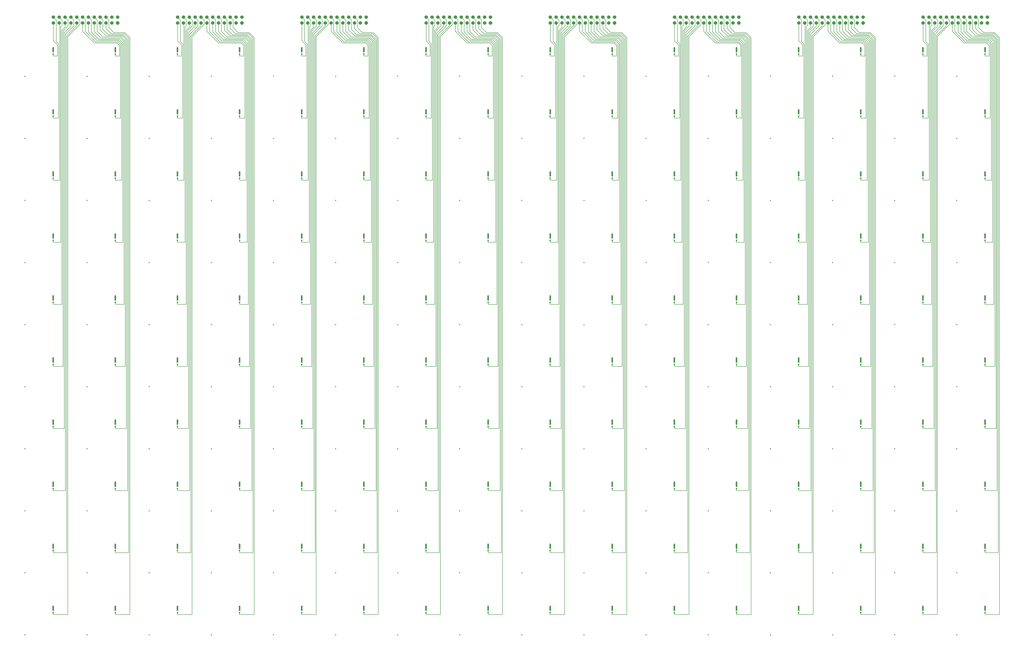
<source format=gbl>
G04 Layer_Physical_Order=3*
G04 Layer_Color=16711680*
%FSLAX25Y25*%
%MOIN*%
G70*
G01*
G75*
%ADD11R,0.02126X0.03111*%
%ADD12C,0.05906*%
%ADD13P,0.06392X8X202.5*%
%ADD14C,0.01969*%
%ADD15C,0.00787*%
%ADD16C,0.02756*%
D11*
X53098Y1047854D02*
D03*
Y1052146D02*
D03*
X53100Y941555D02*
D03*
Y945847D02*
D03*
Y835256D02*
D03*
Y839548D02*
D03*
Y728957D02*
D03*
Y733248D02*
D03*
Y622657D02*
D03*
Y626949D02*
D03*
Y516358D02*
D03*
Y520650D02*
D03*
Y410059D02*
D03*
Y414351D02*
D03*
Y303760D02*
D03*
Y308051D02*
D03*
Y197460D02*
D03*
Y201752D02*
D03*
Y91161D02*
D03*
Y95453D02*
D03*
X159399Y91161D02*
D03*
Y95453D02*
D03*
Y197460D02*
D03*
Y201752D02*
D03*
Y303760D02*
D03*
Y308051D02*
D03*
Y410059D02*
D03*
Y414351D02*
D03*
Y516358D02*
D03*
Y520650D02*
D03*
Y622657D02*
D03*
Y626949D02*
D03*
Y728957D02*
D03*
Y733248D02*
D03*
Y835256D02*
D03*
Y839548D02*
D03*
Y941555D02*
D03*
Y945847D02*
D03*
Y1047854D02*
D03*
Y1052146D02*
D03*
X265698Y91161D02*
D03*
Y95453D02*
D03*
Y197460D02*
D03*
Y201752D02*
D03*
Y303760D02*
D03*
Y308051D02*
D03*
Y410059D02*
D03*
Y414351D02*
D03*
Y516358D02*
D03*
Y520650D02*
D03*
Y622657D02*
D03*
Y626949D02*
D03*
Y728957D02*
D03*
Y733248D02*
D03*
Y835256D02*
D03*
Y839548D02*
D03*
Y941555D02*
D03*
Y945847D02*
D03*
Y1047854D02*
D03*
Y1052146D02*
D03*
X371998Y91161D02*
D03*
Y95453D02*
D03*
Y197460D02*
D03*
Y201752D02*
D03*
Y303760D02*
D03*
Y308051D02*
D03*
Y410059D02*
D03*
Y414351D02*
D03*
Y516358D02*
D03*
Y520650D02*
D03*
Y622657D02*
D03*
Y626949D02*
D03*
Y728957D02*
D03*
Y733248D02*
D03*
Y835256D02*
D03*
Y839548D02*
D03*
Y941555D02*
D03*
Y945847D02*
D03*
Y1047854D02*
D03*
Y1052146D02*
D03*
X478297Y91161D02*
D03*
Y95453D02*
D03*
Y197460D02*
D03*
Y201752D02*
D03*
Y303760D02*
D03*
Y308051D02*
D03*
Y410059D02*
D03*
Y414351D02*
D03*
Y516358D02*
D03*
Y520650D02*
D03*
Y622657D02*
D03*
Y626949D02*
D03*
Y728957D02*
D03*
Y733248D02*
D03*
Y835256D02*
D03*
Y839548D02*
D03*
Y941555D02*
D03*
Y945847D02*
D03*
Y1047854D02*
D03*
Y1052146D02*
D03*
X584596Y91161D02*
D03*
Y95453D02*
D03*
Y197460D02*
D03*
Y201752D02*
D03*
Y303760D02*
D03*
Y308051D02*
D03*
Y410059D02*
D03*
Y414351D02*
D03*
Y516358D02*
D03*
Y520650D02*
D03*
Y622657D02*
D03*
Y626949D02*
D03*
Y728957D02*
D03*
Y733248D02*
D03*
Y835256D02*
D03*
Y839548D02*
D03*
Y941555D02*
D03*
Y945847D02*
D03*
Y1047854D02*
D03*
Y1052146D02*
D03*
X690895Y91161D02*
D03*
Y95453D02*
D03*
Y197460D02*
D03*
Y201752D02*
D03*
Y303760D02*
D03*
Y308051D02*
D03*
Y410059D02*
D03*
Y414351D02*
D03*
Y516358D02*
D03*
Y520650D02*
D03*
Y622657D02*
D03*
Y626949D02*
D03*
Y728957D02*
D03*
Y733248D02*
D03*
Y835256D02*
D03*
Y839548D02*
D03*
Y941555D02*
D03*
Y945847D02*
D03*
Y1047854D02*
D03*
Y1052146D02*
D03*
X797194Y91161D02*
D03*
Y95453D02*
D03*
Y197460D02*
D03*
Y201752D02*
D03*
Y303760D02*
D03*
Y308051D02*
D03*
Y410059D02*
D03*
Y414351D02*
D03*
Y516358D02*
D03*
Y520650D02*
D03*
Y622657D02*
D03*
Y626949D02*
D03*
Y728957D02*
D03*
Y733248D02*
D03*
Y835256D02*
D03*
Y839548D02*
D03*
Y941555D02*
D03*
Y945847D02*
D03*
Y1047854D02*
D03*
Y1052146D02*
D03*
X903494Y91161D02*
D03*
Y95453D02*
D03*
Y197460D02*
D03*
Y201752D02*
D03*
Y303760D02*
D03*
Y308051D02*
D03*
Y410059D02*
D03*
Y414351D02*
D03*
Y516358D02*
D03*
Y520650D02*
D03*
Y622657D02*
D03*
Y626949D02*
D03*
Y728957D02*
D03*
Y733248D02*
D03*
Y835256D02*
D03*
Y839548D02*
D03*
Y941555D02*
D03*
Y945847D02*
D03*
Y1047854D02*
D03*
Y1052146D02*
D03*
X1009793Y91161D02*
D03*
Y95453D02*
D03*
Y197460D02*
D03*
Y201752D02*
D03*
Y303760D02*
D03*
Y308051D02*
D03*
Y410059D02*
D03*
Y414351D02*
D03*
Y516358D02*
D03*
Y520650D02*
D03*
Y622657D02*
D03*
Y626949D02*
D03*
Y728957D02*
D03*
Y733248D02*
D03*
Y835256D02*
D03*
Y839548D02*
D03*
Y941555D02*
D03*
Y945847D02*
D03*
Y1047854D02*
D03*
Y1052146D02*
D03*
X1116092Y91161D02*
D03*
Y95453D02*
D03*
Y197460D02*
D03*
Y201752D02*
D03*
Y303760D02*
D03*
Y308051D02*
D03*
Y410059D02*
D03*
Y414351D02*
D03*
Y516358D02*
D03*
Y520650D02*
D03*
Y622657D02*
D03*
Y626949D02*
D03*
Y728957D02*
D03*
Y733248D02*
D03*
Y835256D02*
D03*
Y839548D02*
D03*
Y941555D02*
D03*
Y945847D02*
D03*
Y1047854D02*
D03*
Y1052146D02*
D03*
X1222391Y91161D02*
D03*
Y95453D02*
D03*
Y197460D02*
D03*
Y201752D02*
D03*
Y303760D02*
D03*
Y308051D02*
D03*
Y410059D02*
D03*
Y414351D02*
D03*
Y516358D02*
D03*
Y520650D02*
D03*
Y622657D02*
D03*
Y626949D02*
D03*
Y728957D02*
D03*
Y733248D02*
D03*
Y835256D02*
D03*
Y839548D02*
D03*
Y941555D02*
D03*
Y945847D02*
D03*
Y1047854D02*
D03*
Y1052146D02*
D03*
X1328691Y91161D02*
D03*
Y95453D02*
D03*
Y197460D02*
D03*
Y201752D02*
D03*
Y303760D02*
D03*
Y308051D02*
D03*
Y410059D02*
D03*
Y414351D02*
D03*
Y516358D02*
D03*
Y520650D02*
D03*
Y622657D02*
D03*
Y626949D02*
D03*
Y728957D02*
D03*
Y733248D02*
D03*
Y835256D02*
D03*
Y839548D02*
D03*
Y941555D02*
D03*
Y945847D02*
D03*
Y1047854D02*
D03*
Y1052146D02*
D03*
X1434990Y91161D02*
D03*
Y95453D02*
D03*
Y197460D02*
D03*
Y201752D02*
D03*
Y303760D02*
D03*
Y308051D02*
D03*
Y410059D02*
D03*
Y414351D02*
D03*
Y516358D02*
D03*
Y520650D02*
D03*
Y622657D02*
D03*
Y626949D02*
D03*
Y728957D02*
D03*
Y733248D02*
D03*
Y835256D02*
D03*
Y839548D02*
D03*
Y941555D02*
D03*
Y945847D02*
D03*
Y1047854D02*
D03*
Y1052146D02*
D03*
X1541289Y91161D02*
D03*
Y95453D02*
D03*
Y197460D02*
D03*
Y201752D02*
D03*
Y303760D02*
D03*
Y308051D02*
D03*
Y410059D02*
D03*
Y414351D02*
D03*
Y516358D02*
D03*
Y520650D02*
D03*
Y622657D02*
D03*
Y626949D02*
D03*
Y728957D02*
D03*
Y733248D02*
D03*
Y835256D02*
D03*
Y839548D02*
D03*
Y941555D02*
D03*
Y945847D02*
D03*
Y1047854D02*
D03*
Y1052146D02*
D03*
X1647588Y91161D02*
D03*
Y95453D02*
D03*
Y197460D02*
D03*
Y201752D02*
D03*
Y303760D02*
D03*
Y308051D02*
D03*
Y410059D02*
D03*
Y414351D02*
D03*
Y516358D02*
D03*
Y520650D02*
D03*
Y622657D02*
D03*
Y626949D02*
D03*
Y728957D02*
D03*
Y733248D02*
D03*
Y835256D02*
D03*
Y839548D02*
D03*
Y941555D02*
D03*
Y945847D02*
D03*
Y1047854D02*
D03*
Y1052146D02*
D03*
D12*
X143410Y1101220D02*
D03*
Y1111220D02*
D03*
X133410Y1101220D02*
D03*
Y1111220D02*
D03*
X123410Y1101220D02*
D03*
Y1111220D02*
D03*
X113410Y1101220D02*
D03*
Y1111220D02*
D03*
X103410Y1101220D02*
D03*
Y1111220D02*
D03*
X93410Y1101220D02*
D03*
Y1111220D02*
D03*
X83410Y1101220D02*
D03*
X53410D02*
D03*
X63410D02*
D03*
Y1111220D02*
D03*
X73410D02*
D03*
Y1101220D02*
D03*
X163410Y1111220D02*
D03*
X153410D02*
D03*
Y1101220D02*
D03*
X83410Y1111220D02*
D03*
X53410D02*
D03*
X356008Y1101220D02*
D03*
Y1111220D02*
D03*
X346008Y1101220D02*
D03*
Y1111220D02*
D03*
X336008Y1101220D02*
D03*
Y1111220D02*
D03*
X326008Y1101220D02*
D03*
Y1111220D02*
D03*
X316008Y1101220D02*
D03*
Y1111220D02*
D03*
X306008Y1101220D02*
D03*
Y1111220D02*
D03*
X296008Y1101220D02*
D03*
X266008D02*
D03*
X276008D02*
D03*
Y1111220D02*
D03*
X286008D02*
D03*
Y1101220D02*
D03*
X376008Y1111220D02*
D03*
X366008D02*
D03*
Y1101220D02*
D03*
X296008Y1111220D02*
D03*
X266008D02*
D03*
X568607Y1101220D02*
D03*
Y1111220D02*
D03*
X558607Y1101220D02*
D03*
Y1111220D02*
D03*
X548607Y1101220D02*
D03*
Y1111220D02*
D03*
X538607Y1101220D02*
D03*
Y1111220D02*
D03*
X528607Y1101220D02*
D03*
Y1111220D02*
D03*
X518607Y1101220D02*
D03*
Y1111220D02*
D03*
X508607Y1101220D02*
D03*
X478607D02*
D03*
X488607D02*
D03*
Y1111220D02*
D03*
X498607D02*
D03*
Y1101220D02*
D03*
X588607Y1111220D02*
D03*
X578607D02*
D03*
Y1101220D02*
D03*
X508607Y1111220D02*
D03*
X478607D02*
D03*
X781205Y1101220D02*
D03*
Y1111220D02*
D03*
X771205Y1101220D02*
D03*
Y1111220D02*
D03*
X761205Y1101220D02*
D03*
Y1111220D02*
D03*
X751205Y1101220D02*
D03*
Y1111220D02*
D03*
X741205Y1101220D02*
D03*
Y1111220D02*
D03*
X731205Y1101220D02*
D03*
Y1111220D02*
D03*
X721205Y1101220D02*
D03*
X691205D02*
D03*
X701205D02*
D03*
Y1111220D02*
D03*
X711205D02*
D03*
Y1101220D02*
D03*
X801205Y1111220D02*
D03*
X791205D02*
D03*
Y1101220D02*
D03*
X721205Y1111220D02*
D03*
X691205D02*
D03*
X993804Y1101220D02*
D03*
Y1111220D02*
D03*
X983804Y1101220D02*
D03*
Y1111220D02*
D03*
X973804Y1101220D02*
D03*
Y1111220D02*
D03*
X963804Y1101220D02*
D03*
Y1111220D02*
D03*
X953804Y1101220D02*
D03*
Y1111220D02*
D03*
X943804Y1101220D02*
D03*
Y1111220D02*
D03*
X933804Y1101220D02*
D03*
X903804D02*
D03*
X913804D02*
D03*
Y1111220D02*
D03*
X923804D02*
D03*
Y1101220D02*
D03*
X1013804Y1111220D02*
D03*
X1003804D02*
D03*
Y1101220D02*
D03*
X933804Y1111220D02*
D03*
X903804D02*
D03*
X1206402Y1101220D02*
D03*
Y1111220D02*
D03*
X1196402Y1101220D02*
D03*
Y1111220D02*
D03*
X1186402Y1101220D02*
D03*
Y1111220D02*
D03*
X1176402Y1101220D02*
D03*
Y1111220D02*
D03*
X1166402Y1101220D02*
D03*
Y1111220D02*
D03*
X1156402Y1101220D02*
D03*
Y1111220D02*
D03*
X1146402Y1101220D02*
D03*
X1116402D02*
D03*
X1126402D02*
D03*
Y1111220D02*
D03*
X1136402D02*
D03*
Y1101220D02*
D03*
X1226402Y1111220D02*
D03*
X1216402D02*
D03*
Y1101220D02*
D03*
X1146402Y1111220D02*
D03*
X1116402D02*
D03*
X1419001Y1101220D02*
D03*
Y1111220D02*
D03*
X1409000Y1101220D02*
D03*
Y1111220D02*
D03*
X1399000Y1101220D02*
D03*
Y1111220D02*
D03*
X1389001Y1101220D02*
D03*
Y1111220D02*
D03*
X1379000Y1101220D02*
D03*
Y1111220D02*
D03*
X1369001Y1101220D02*
D03*
Y1111220D02*
D03*
X1359000Y1101220D02*
D03*
X1329000D02*
D03*
X1339001D02*
D03*
Y1111220D02*
D03*
X1349000D02*
D03*
Y1101220D02*
D03*
X1439001Y1111220D02*
D03*
X1429000D02*
D03*
Y1101220D02*
D03*
X1359000Y1111220D02*
D03*
X1329000D02*
D03*
X1631599Y1101220D02*
D03*
Y1111220D02*
D03*
X1621599Y1101220D02*
D03*
Y1111220D02*
D03*
X1611599Y1101220D02*
D03*
Y1111220D02*
D03*
X1601599Y1101220D02*
D03*
Y1111220D02*
D03*
X1591599Y1101220D02*
D03*
Y1111220D02*
D03*
X1581599Y1101220D02*
D03*
Y1111220D02*
D03*
X1571599Y1101220D02*
D03*
X1541599D02*
D03*
X1551599D02*
D03*
Y1111220D02*
D03*
X1561599D02*
D03*
Y1101220D02*
D03*
X1651599Y1111220D02*
D03*
X1641599D02*
D03*
Y1101220D02*
D03*
X1571599Y1111220D02*
D03*
X1541599D02*
D03*
D13*
X163410Y1101220D02*
D03*
X376008D02*
D03*
X588607D02*
D03*
X801205D02*
D03*
X1013804D02*
D03*
X1226402D02*
D03*
X1439001D02*
D03*
X1651599D02*
D03*
D14*
X4724Y1009842D02*
D03*
X53150Y1058661D02*
D03*
Y952362D02*
D03*
X4724Y903543D02*
D03*
X53150Y846063D02*
D03*
X4724Y797244D02*
D03*
X53150Y739764D02*
D03*
X4724Y690945D02*
D03*
X53150Y633465D02*
D03*
X4724Y584646D02*
D03*
X53150Y527165D02*
D03*
X4724Y478346D02*
D03*
X53150Y420866D02*
D03*
X4724Y372047D02*
D03*
X53150Y314567D02*
D03*
X4724Y265748D02*
D03*
X53150Y208268D02*
D03*
X4724Y159449D02*
D03*
X53150Y101969D02*
D03*
X4724Y53150D02*
D03*
X111024D02*
D03*
X159449Y101969D02*
D03*
X111024Y159449D02*
D03*
X159449Y208268D02*
D03*
X111024Y265748D02*
D03*
X159449Y314567D02*
D03*
X111024Y372047D02*
D03*
X159449Y420866D02*
D03*
X111024Y478346D02*
D03*
X159449Y527165D02*
D03*
X111024Y584646D02*
D03*
X159449Y633465D02*
D03*
X111024Y690945D02*
D03*
X159449Y739764D02*
D03*
X111024Y797244D02*
D03*
X159449Y846063D02*
D03*
X111024Y903543D02*
D03*
X159449Y952362D02*
D03*
Y1058661D02*
D03*
X111024Y1009842D02*
D03*
X217323Y53150D02*
D03*
X265748Y101969D02*
D03*
X217323Y159449D02*
D03*
X265748Y208268D02*
D03*
X217323Y265748D02*
D03*
X265748Y314567D02*
D03*
X217323Y372047D02*
D03*
X265748Y420866D02*
D03*
X217323Y478346D02*
D03*
X265748Y527165D02*
D03*
X217323Y584646D02*
D03*
X265748Y633465D02*
D03*
X217323Y690945D02*
D03*
X265748Y739764D02*
D03*
X217323Y797244D02*
D03*
X265748Y846063D02*
D03*
X217323Y903543D02*
D03*
X265748Y952362D02*
D03*
Y1058661D02*
D03*
X217323Y1009842D02*
D03*
X323622Y53150D02*
D03*
X372047Y101969D02*
D03*
X323622Y159449D02*
D03*
X372047Y208268D02*
D03*
X323622Y265748D02*
D03*
X372047Y314567D02*
D03*
X323622Y372047D02*
D03*
X372047Y420866D02*
D03*
X323622Y478346D02*
D03*
X372047Y527165D02*
D03*
X323622Y584646D02*
D03*
X372047Y633465D02*
D03*
X323622Y690945D02*
D03*
X372047Y739764D02*
D03*
X323622Y797244D02*
D03*
X372047Y846063D02*
D03*
X323622Y903543D02*
D03*
X372047Y952362D02*
D03*
Y1058661D02*
D03*
X323622Y1009842D02*
D03*
X429921Y53150D02*
D03*
X478346Y101969D02*
D03*
X429921Y159449D02*
D03*
X478346Y208268D02*
D03*
X429921Y265748D02*
D03*
X478346Y314567D02*
D03*
X429921Y372047D02*
D03*
X478346Y420866D02*
D03*
X429921Y478346D02*
D03*
X478346Y527165D02*
D03*
X429921Y584646D02*
D03*
X478346Y633465D02*
D03*
X429921Y690945D02*
D03*
X478346Y739764D02*
D03*
X429921Y797244D02*
D03*
X478346Y846063D02*
D03*
X429921Y903543D02*
D03*
X478346Y952362D02*
D03*
Y1058661D02*
D03*
X429921Y1009842D02*
D03*
X536221Y53150D02*
D03*
X584646Y101969D02*
D03*
X536221Y159449D02*
D03*
X584646Y208268D02*
D03*
X536221Y265748D02*
D03*
X584646Y314567D02*
D03*
X536221Y372047D02*
D03*
X584646Y420866D02*
D03*
X536221Y478346D02*
D03*
X584646Y527165D02*
D03*
X536221Y584646D02*
D03*
X584646Y633465D02*
D03*
X536221Y690945D02*
D03*
X584646Y739764D02*
D03*
X536221Y797244D02*
D03*
X584646Y846063D02*
D03*
X536221Y903543D02*
D03*
X584646Y952362D02*
D03*
Y1058661D02*
D03*
X536221Y1009842D02*
D03*
X642520Y53150D02*
D03*
X690945Y101969D02*
D03*
X642520Y159449D02*
D03*
X690945Y208268D02*
D03*
X642520Y265748D02*
D03*
X690945Y314567D02*
D03*
X642520Y372047D02*
D03*
X690945Y420866D02*
D03*
X642520Y478346D02*
D03*
X690945Y527165D02*
D03*
X642520Y584646D02*
D03*
X690945Y633465D02*
D03*
X642520Y690945D02*
D03*
X690945Y739764D02*
D03*
X642520Y797244D02*
D03*
X690945Y846063D02*
D03*
X642520Y903543D02*
D03*
X690945Y952362D02*
D03*
Y1058661D02*
D03*
X642520Y1009842D02*
D03*
X748819Y53150D02*
D03*
X797244Y101969D02*
D03*
X748819Y159449D02*
D03*
X797244Y208268D02*
D03*
X748819Y265748D02*
D03*
X797244Y314567D02*
D03*
X748819Y372047D02*
D03*
X797244Y420866D02*
D03*
X748819Y478346D02*
D03*
X797244Y527165D02*
D03*
X748819Y584646D02*
D03*
X797244Y633465D02*
D03*
X748819Y690945D02*
D03*
X797244Y739764D02*
D03*
X748819Y797244D02*
D03*
X797244Y846063D02*
D03*
X748819Y903543D02*
D03*
X797244Y952362D02*
D03*
Y1058661D02*
D03*
X748819Y1009842D02*
D03*
X855118Y53150D02*
D03*
X903543Y101969D02*
D03*
X855118Y159449D02*
D03*
X903543Y208268D02*
D03*
X855118Y265748D02*
D03*
X903543Y314567D02*
D03*
X855118Y372047D02*
D03*
X903543Y420866D02*
D03*
X855118Y478346D02*
D03*
X903543Y527165D02*
D03*
X855118Y584646D02*
D03*
X903543Y633465D02*
D03*
X855118Y690945D02*
D03*
X903543Y739764D02*
D03*
X855118Y797244D02*
D03*
X903543Y846063D02*
D03*
X855118Y903543D02*
D03*
X903543Y952362D02*
D03*
Y1058661D02*
D03*
X855118Y1009842D02*
D03*
X961417Y53150D02*
D03*
X1009842Y101969D02*
D03*
X961417Y159449D02*
D03*
X1009842Y208268D02*
D03*
X961417Y265748D02*
D03*
X1009842Y314567D02*
D03*
X961417Y372047D02*
D03*
X1009842Y420866D02*
D03*
X961417Y478346D02*
D03*
X1009842Y527165D02*
D03*
X961417Y584646D02*
D03*
X1009842Y633465D02*
D03*
X961417Y690945D02*
D03*
X1009842Y739764D02*
D03*
X961417Y797244D02*
D03*
X1009842Y846063D02*
D03*
X961417Y903543D02*
D03*
X1009842Y952362D02*
D03*
Y1058661D02*
D03*
X961417Y1009842D02*
D03*
X1067717Y53150D02*
D03*
X1116142Y101969D02*
D03*
X1067717Y159449D02*
D03*
X1116142Y208268D02*
D03*
X1067717Y265748D02*
D03*
X1116142Y314567D02*
D03*
X1067717Y372047D02*
D03*
X1116142Y420866D02*
D03*
X1067717Y478346D02*
D03*
X1116142Y527165D02*
D03*
X1067717Y584646D02*
D03*
X1116142Y633465D02*
D03*
X1067717Y690945D02*
D03*
X1116142Y739764D02*
D03*
X1067717Y797244D02*
D03*
X1116142Y846063D02*
D03*
X1067717Y903543D02*
D03*
X1116142Y952362D02*
D03*
Y1058661D02*
D03*
X1067717Y1009842D02*
D03*
X1174016Y53150D02*
D03*
X1222441Y101969D02*
D03*
X1174016Y159449D02*
D03*
X1222441Y208268D02*
D03*
X1174016Y265748D02*
D03*
X1222441Y314567D02*
D03*
X1174016Y372047D02*
D03*
X1222441Y420866D02*
D03*
X1174016Y478346D02*
D03*
X1222441Y527165D02*
D03*
X1174016Y584646D02*
D03*
X1222441Y633465D02*
D03*
X1174016Y690945D02*
D03*
X1222441Y739764D02*
D03*
X1174016Y797244D02*
D03*
X1222441Y846063D02*
D03*
X1174016Y903543D02*
D03*
X1222441Y952362D02*
D03*
Y1058661D02*
D03*
X1174016Y1009842D02*
D03*
X1280315Y53150D02*
D03*
X1328740Y101969D02*
D03*
X1280315Y159449D02*
D03*
X1328740Y208268D02*
D03*
X1280315Y265748D02*
D03*
X1328740Y314567D02*
D03*
X1280315Y372047D02*
D03*
X1328740Y420866D02*
D03*
X1280315Y478346D02*
D03*
X1328740Y527165D02*
D03*
X1280315Y584646D02*
D03*
X1328740Y633465D02*
D03*
X1280315Y690945D02*
D03*
X1328740Y739764D02*
D03*
X1280315Y797244D02*
D03*
X1328740Y846063D02*
D03*
X1280315Y903543D02*
D03*
X1328740Y952362D02*
D03*
Y1058661D02*
D03*
X1280315Y1009842D02*
D03*
X1386614Y53150D02*
D03*
X1435039Y101969D02*
D03*
X1386614Y159449D02*
D03*
X1435039Y208268D02*
D03*
X1386614Y265748D02*
D03*
X1435039Y314567D02*
D03*
X1386614Y372047D02*
D03*
X1435039Y420866D02*
D03*
X1386614Y478346D02*
D03*
X1435039Y527165D02*
D03*
X1386614Y584646D02*
D03*
X1435039Y633465D02*
D03*
X1386614Y690945D02*
D03*
X1435039Y739764D02*
D03*
X1386614Y797244D02*
D03*
X1435039Y846063D02*
D03*
X1386614Y903543D02*
D03*
X1435039Y952362D02*
D03*
Y1058661D02*
D03*
X1386614Y1009842D02*
D03*
X1492913Y53150D02*
D03*
X1541339Y101969D02*
D03*
X1492913Y159449D02*
D03*
X1541339Y208268D02*
D03*
X1492913Y265748D02*
D03*
X1541339Y314567D02*
D03*
X1492913Y372047D02*
D03*
X1541339Y420866D02*
D03*
X1492913Y478346D02*
D03*
X1541339Y527165D02*
D03*
X1492913Y584646D02*
D03*
X1541339Y633465D02*
D03*
X1492913Y690945D02*
D03*
X1541339Y739764D02*
D03*
X1492913Y797244D02*
D03*
X1541339Y846063D02*
D03*
X1492913Y903543D02*
D03*
X1541339Y952362D02*
D03*
Y1058661D02*
D03*
X1492913Y1009842D02*
D03*
X1599213Y53150D02*
D03*
X1647638Y101969D02*
D03*
X1599213Y159449D02*
D03*
X1647638Y208268D02*
D03*
X1599213Y265748D02*
D03*
X1647638Y314567D02*
D03*
X1599213Y372047D02*
D03*
X1647638Y420866D02*
D03*
X1599213Y478346D02*
D03*
X1647638Y527165D02*
D03*
X1599213Y584646D02*
D03*
X1647638Y633465D02*
D03*
X1599213Y690945D02*
D03*
X1647638Y739764D02*
D03*
X1599213Y797244D02*
D03*
X1647638Y846063D02*
D03*
X1599213Y903543D02*
D03*
X1647638Y952362D02*
D03*
Y1058661D02*
D03*
X1599213Y1009842D02*
D03*
D15*
X1656697Y938201D02*
Y1064183D01*
X1651800Y1069080D02*
X1656697Y1064183D01*
X1613589Y1069080D02*
X1651800D01*
X1444098Y938201D02*
Y1064222D01*
X1439240Y1069080D02*
X1444098Y1064222D01*
X1400991Y1069080D02*
X1439240D01*
X1231500Y938201D02*
Y1063600D01*
X1226020Y1069080D02*
X1231500Y1063600D01*
X1188392Y1069080D02*
X1226020D01*
X1018901Y938201D02*
Y1063929D01*
X1013750Y1069080D02*
X1018901Y1063929D01*
X975794Y1069080D02*
X1013750D01*
X1012614Y1067040D02*
X1016662Y1062992D01*
X806303Y938201D02*
Y1064367D01*
X801590Y1069080D02*
X806303Y1064367D01*
X763195Y1069080D02*
X801590D01*
X593705Y938201D02*
Y1064235D01*
X588860Y1069080D02*
X593705Y1064235D01*
X550597Y1069080D02*
X588860D01*
X381106Y938201D02*
Y1064024D01*
X376050Y1069080D02*
X381106Y1064024D01*
X337998Y1069080D02*
X376050D01*
X168508Y938201D02*
Y1064332D01*
X163760Y1069080D02*
X168508Y1064332D01*
X125400Y1069080D02*
X163760D01*
X53100Y1044500D02*
Y1047854D01*
X53098D02*
X53100D01*
Y1044500D02*
X60240D01*
X62208Y938201D02*
Y1062992D01*
X53100Y938201D02*
X62208D01*
X53100D02*
Y941555D01*
X64177Y831902D02*
Y1100453D01*
X53100Y831902D02*
X64177D01*
X53100D02*
Y835256D01*
Y725602D02*
Y728957D01*
X68114Y619303D02*
Y1088404D01*
X53100Y619303D02*
X68114D01*
X53100D02*
Y622657D01*
Y513004D02*
X70082D01*
X53100D02*
Y516358D01*
Y406705D02*
X72051D01*
X53100D02*
Y410059D01*
X74019Y300406D02*
Y1082100D01*
X53100Y300406D02*
X74019D01*
X53100D02*
Y303760D01*
X75988Y194106D02*
Y1079238D01*
X53100Y194106D02*
X75988D01*
X53100D02*
Y197460D01*
Y87807D02*
X77956D01*
X53100D02*
Y91161D01*
Y725602D02*
X66145D01*
Y1094855D01*
X159399Y725602D02*
X172445D01*
X159399Y87807D02*
Y91161D01*
Y87807D02*
X184256D01*
X159399Y194106D02*
Y197460D01*
Y194106D02*
X182287D01*
X159399Y300406D02*
Y303760D01*
Y300406D02*
X180319D01*
X159399Y406705D02*
Y410059D01*
Y406705D02*
X178350D01*
X159399Y513004D02*
Y516358D01*
Y513004D02*
X176382D01*
X159399Y619303D02*
Y622657D01*
Y619303D02*
X174413D01*
X159399Y725602D02*
Y728957D01*
Y831902D02*
Y835256D01*
Y831902D02*
X170476D01*
X159399Y938201D02*
Y941555D01*
Y938201D02*
X168508D01*
X166539Y1044500D02*
Y1062992D01*
X159399Y1044500D02*
X166539D01*
X159399D02*
Y1047854D01*
X159398D02*
X159399D01*
X278744Y725602D02*
Y1094855D01*
X265698Y725602D02*
X278744D01*
X265698Y87807D02*
Y91161D01*
Y87807D02*
X290555D01*
X265698Y194106D02*
Y197460D01*
Y194106D02*
X288586D01*
Y1079238D01*
X265698Y300406D02*
Y303760D01*
Y300406D02*
X286618D01*
X265698Y406705D02*
Y410059D01*
Y406705D02*
X284649D01*
Y1084481D01*
X265698Y513004D02*
Y516358D01*
Y513004D02*
X282681D01*
X265698Y619303D02*
Y622657D01*
Y619303D02*
X280712D01*
X265698Y725602D02*
Y728957D01*
Y831902D02*
Y835256D01*
Y831902D02*
X276775D01*
Y1100453D01*
X265698Y938201D02*
Y941555D01*
Y938201D02*
X274807D01*
Y1062992D01*
X265698Y1044500D02*
X272838D01*
X265698D02*
Y1047854D01*
X265697D02*
X265698D01*
X371998Y725602D02*
X385043D01*
X371998Y87807D02*
Y91161D01*
Y87807D02*
X396854D01*
X371998Y194106D02*
Y197460D01*
Y194106D02*
X394886D01*
X371998Y300406D02*
Y303760D01*
Y300406D02*
X392917D01*
X371998Y406705D02*
Y410059D01*
Y406705D02*
X390949D01*
X371998Y513004D02*
Y516358D01*
Y513004D02*
X388980D01*
X371998Y619303D02*
Y622657D01*
Y619303D02*
X387012D01*
X371998Y725602D02*
Y728957D01*
Y831902D02*
Y835256D01*
Y831902D02*
X383075D01*
X371998Y938201D02*
Y941555D01*
Y938201D02*
X381106D01*
X379138Y1044500D02*
Y1062992D01*
X371998Y1044500D02*
X379138D01*
X371998D02*
Y1047854D01*
X371996D02*
X371998D01*
X491342Y725602D02*
Y1094855D01*
X478297Y725602D02*
X491342D01*
X478297Y87807D02*
Y91161D01*
Y87807D02*
X503153D01*
Y1077876D01*
X478297Y194106D02*
Y197460D01*
Y194106D02*
X501185D01*
X478297Y300406D02*
Y303760D01*
Y300406D02*
X499216D01*
X478297Y406705D02*
Y410059D01*
Y406705D02*
X497248D01*
X478297Y513004D02*
Y516358D01*
Y513004D02*
X495279D01*
X478297Y619303D02*
Y622657D01*
Y619303D02*
X493311D01*
X478297Y725602D02*
Y728957D01*
Y831902D02*
Y835256D01*
Y831902D02*
X489374D01*
Y1100453D01*
X478297Y938201D02*
Y941555D01*
Y938201D02*
X487405D01*
Y1062992D01*
X478297Y1044500D02*
X485437D01*
X478297D02*
Y1047854D01*
X478295D02*
X478297D01*
X584596Y725602D02*
X597642D01*
X584596Y87807D02*
Y91161D01*
Y87807D02*
X609453D01*
X584596Y194106D02*
Y197460D01*
Y194106D02*
X607484D01*
X584596Y300406D02*
Y303760D01*
Y300406D02*
X605516D01*
X584596Y406705D02*
Y410059D01*
Y406705D02*
X603547D01*
X584596Y513004D02*
Y516358D01*
Y513004D02*
X601579D01*
X584596Y619303D02*
Y622657D01*
Y619303D02*
X599610D01*
X584596Y725602D02*
Y728957D01*
Y831902D02*
Y835256D01*
Y831902D02*
X595673D01*
X584596Y938201D02*
Y941555D01*
Y938201D02*
X593705D01*
X591736Y1044500D02*
Y1062992D01*
X584596Y1044500D02*
X591736D01*
X584596D02*
Y1047854D01*
X584594D02*
X584596D01*
X703941Y725602D02*
Y1094855D01*
X690895Y725602D02*
X703941D01*
X690895Y87807D02*
Y91161D01*
Y87807D02*
X715752D01*
Y1077876D01*
X690895Y194106D02*
Y197460D01*
Y194106D02*
X713783D01*
Y1079238D01*
X690895Y300406D02*
Y303760D01*
Y300406D02*
X711815D01*
Y1082100D01*
X690895Y406705D02*
Y410059D01*
Y406705D02*
X709846D01*
Y1084481D01*
X690895Y513004D02*
Y516358D01*
Y513004D02*
X707878D01*
X690895Y619303D02*
Y622657D01*
Y619303D02*
X705909D01*
Y1088404D01*
X690895Y725602D02*
Y728957D01*
Y831902D02*
Y835256D01*
Y831902D02*
X701972D01*
Y1100453D01*
X690895Y938201D02*
Y941555D01*
Y938201D02*
X700004D01*
Y1062992D01*
X690895Y1044500D02*
X698035D01*
X690895D02*
Y1047854D01*
X690894D02*
X690895D01*
X797194Y725602D02*
X810240D01*
X797194Y87807D02*
Y91161D01*
Y87807D02*
X822051D01*
X797194Y194106D02*
Y197460D01*
Y194106D02*
X820082D01*
X797194Y300406D02*
Y303760D01*
Y300406D02*
X818114D01*
X797194Y406705D02*
Y410059D01*
Y406705D02*
X816146D01*
X797194Y513004D02*
Y516358D01*
Y513004D02*
X814177D01*
X797194Y619303D02*
Y622657D01*
Y619303D02*
X812208D01*
X797194Y725602D02*
Y728957D01*
Y831902D02*
Y835256D01*
Y831902D02*
X808272D01*
X797194Y938201D02*
Y941555D01*
Y938201D02*
X806303D01*
X804335Y1044500D02*
Y1062992D01*
X797194Y1044500D02*
X804335D01*
X797194D02*
Y1047854D01*
X797193D02*
X797194D01*
X916539Y725602D02*
Y1094855D01*
X903494Y725602D02*
X916539D01*
X903494Y87807D02*
Y91161D01*
Y87807D02*
X928350D01*
Y1077876D01*
X903494Y194106D02*
Y197460D01*
Y194106D02*
X926382D01*
Y1079238D01*
X903494Y300406D02*
Y303760D01*
Y300406D02*
X924413D01*
Y1082100D01*
X903494Y406705D02*
Y410059D01*
Y406705D02*
X922445D01*
Y1084481D01*
X903494Y513004D02*
Y516358D01*
Y513004D02*
X920476D01*
X903494Y619303D02*
Y622657D01*
Y619303D02*
X918508D01*
Y1088404D01*
X903494Y725602D02*
Y728957D01*
Y831902D02*
Y835256D01*
Y831902D02*
X914571D01*
Y1100453D01*
X903494Y938201D02*
Y941555D01*
Y938201D02*
X912602D01*
Y1062992D01*
X903494Y1044500D02*
X910634D01*
X903494D02*
Y1047854D01*
X903492D02*
X903494D01*
X1009793Y725602D02*
X1022838D01*
X1009793Y87807D02*
Y91161D01*
Y87807D02*
X1034649D01*
X1009793Y194106D02*
Y197460D01*
Y194106D02*
X1032681D01*
X1009793Y300406D02*
Y303760D01*
Y300406D02*
X1030712D01*
X1009793Y406705D02*
Y410059D01*
Y406705D02*
X1028744D01*
X1009793Y513004D02*
Y516358D01*
Y513004D02*
X1026775D01*
X1009793Y619303D02*
Y622657D01*
Y619303D02*
X1024807D01*
X1009793Y725602D02*
Y728957D01*
Y831902D02*
Y835256D01*
Y831902D02*
X1020870D01*
X1009793Y938201D02*
Y941555D01*
Y938201D02*
X1018901D01*
X1016933Y1044500D02*
Y1062992D01*
X1009793Y1044500D02*
X1016933D01*
X1009793D02*
Y1047854D01*
X1009791D02*
X1009793D01*
X1129138Y725602D02*
Y1094855D01*
X1116092Y725602D02*
X1129138D01*
X1116092Y87807D02*
Y91161D01*
Y87807D02*
X1140949D01*
Y1077876D01*
X1116092Y194106D02*
Y197460D01*
Y194106D02*
X1138980D01*
X1116092Y300406D02*
Y303760D01*
Y300406D02*
X1137012D01*
Y1082100D01*
X1116092Y406705D02*
Y410059D01*
Y406705D02*
X1135043D01*
Y1084481D01*
X1116092Y513004D02*
Y516358D01*
Y513004D02*
X1133075D01*
Y1087403D01*
X1116092Y619303D02*
Y622657D01*
Y619303D02*
X1131106D01*
Y1088404D01*
X1116092Y725602D02*
Y728957D01*
Y831902D02*
Y835256D01*
Y831902D02*
X1127169D01*
Y1100453D01*
X1116092Y938201D02*
Y941555D01*
Y938201D02*
X1125201D01*
Y1062992D01*
X1116092Y1044500D02*
X1123232D01*
X1116092D02*
Y1047854D01*
X1116091D02*
X1116092D01*
X1222391Y725602D02*
X1235437D01*
X1222391Y87807D02*
Y91161D01*
Y87807D02*
X1247248D01*
X1222391Y194106D02*
Y197460D01*
Y194106D02*
X1245279D01*
X1222391Y300406D02*
Y303760D01*
Y300406D02*
X1243311D01*
X1222391Y406705D02*
Y410059D01*
Y406705D02*
X1241342D01*
X1222391Y513004D02*
Y516358D01*
Y513004D02*
X1239374D01*
X1222391Y619303D02*
Y622657D01*
Y619303D02*
X1237405D01*
X1222391Y725602D02*
Y728957D01*
Y831902D02*
Y835256D01*
Y831902D02*
X1233468D01*
X1222391Y938201D02*
Y941555D01*
Y938201D02*
X1231500D01*
X1229531Y1044500D02*
Y1062992D01*
X1222391Y1044500D02*
X1229531D01*
X1222391D02*
Y1047854D01*
X1222390D02*
X1222391D01*
X1341736Y725602D02*
Y1094855D01*
X1328691Y725602D02*
X1341736D01*
X1328691Y87807D02*
Y91161D01*
Y87807D02*
X1353547D01*
Y1077876D01*
X1328691Y194106D02*
Y197460D01*
Y194106D02*
X1351579D01*
Y1079238D01*
X1328691Y300406D02*
Y303760D01*
Y300406D02*
X1349610D01*
Y1082100D01*
X1328691Y406705D02*
Y410059D01*
Y406705D02*
X1347642D01*
X1328691Y513004D02*
Y516358D01*
Y513004D02*
X1345673D01*
X1328691Y619303D02*
Y622657D01*
Y619303D02*
X1343705D01*
X1328691Y725602D02*
Y728957D01*
Y831902D02*
Y835256D01*
Y831902D02*
X1339768D01*
Y1100453D01*
X1328691Y938201D02*
Y941555D01*
Y938201D02*
X1337799D01*
Y1062992D01*
X1328691Y1044500D02*
X1335831D01*
X1328691D02*
Y1047854D01*
X1328689D02*
X1328691D01*
X1434990Y725602D02*
X1448035D01*
X1434990Y87807D02*
Y91161D01*
Y87807D02*
X1459846D01*
X1434990Y194106D02*
Y197460D01*
Y194106D02*
X1457878D01*
X1434990Y300406D02*
Y303760D01*
Y300406D02*
X1455909D01*
X1434990Y406705D02*
Y410059D01*
Y406705D02*
X1453941D01*
X1434990Y513004D02*
Y516358D01*
Y513004D02*
X1451972D01*
X1434990Y619303D02*
Y622657D01*
Y619303D02*
X1450004D01*
X1434990Y725602D02*
Y728957D01*
Y831902D02*
Y835256D01*
Y831902D02*
X1446067D01*
X1434990Y938201D02*
Y941555D01*
Y938201D02*
X1444098D01*
X1442130Y1044500D02*
Y1062992D01*
X1434990Y1044500D02*
X1442130D01*
X1434990D02*
Y1047854D01*
X1434988D02*
X1434990D01*
X1554335Y725602D02*
Y1094855D01*
X1541289Y725602D02*
X1554335D01*
X1541289Y87807D02*
Y91161D01*
Y87807D02*
X1566146D01*
Y1077876D01*
X1541289Y194106D02*
Y197460D01*
Y194106D02*
X1564177D01*
Y1079238D01*
X1541289Y300406D02*
Y303760D01*
Y300406D02*
X1562208D01*
Y1082100D01*
X1541289Y406705D02*
Y410059D01*
Y406705D02*
X1560240D01*
X1541289Y513004D02*
Y516358D01*
Y513004D02*
X1558272D01*
X1541289Y619303D02*
Y622657D01*
Y619303D02*
X1556303D01*
X1541289Y725602D02*
Y728957D01*
Y831902D02*
Y835256D01*
Y831902D02*
X1552366D01*
Y1100453D01*
X1541289Y938201D02*
Y941555D01*
Y938201D02*
X1550397D01*
Y1062992D01*
X1541289Y1044500D02*
X1548429D01*
X1541289D02*
Y1047854D01*
X1541287D02*
X1541289D01*
X1647588Y725602D02*
X1660634D01*
X1647588Y87807D02*
Y91161D01*
Y87807D02*
X1672445D01*
X1647588Y194106D02*
Y197460D01*
Y194106D02*
X1670476D01*
X1647588Y300406D02*
Y303760D01*
Y300406D02*
X1668508D01*
X1647588Y406705D02*
Y410059D01*
Y406705D02*
X1666539D01*
X1647588Y513004D02*
Y516358D01*
Y513004D02*
X1664571D01*
X1647588Y619303D02*
Y622657D01*
Y619303D02*
X1662602D01*
X1647588Y725602D02*
Y728957D01*
Y831902D02*
Y835256D01*
Y831902D02*
X1658665D01*
X1647588Y938201D02*
Y941555D01*
Y938201D02*
X1656697D01*
X1654728Y1044500D02*
Y1062992D01*
X1647588Y1044500D02*
X1654728D01*
X1647588D02*
Y1047854D01*
X1647587D02*
X1647588D01*
X60240Y1044500D02*
Y1063620D01*
X53410Y1070450D02*
X60240Y1063620D01*
X53410Y1070450D02*
Y1101220D01*
X62208Y1062992D02*
X62250Y1063034D01*
Y1065360D01*
X58190Y1069420D02*
X62250Y1065360D01*
X58190Y1069420D02*
Y1106440D01*
X53410Y1111220D02*
X58190Y1106440D01*
X63410Y1101220D02*
X64177Y1100453D01*
X66145Y1094855D02*
X68380Y1097090D01*
Y1106250D01*
X63410Y1111220D02*
X68380Y1106250D01*
X68114Y1088404D02*
X73410Y1093700D01*
Y1101220D01*
X70082Y513004D02*
Y1087403D01*
X78480Y1095800D01*
Y1106150D01*
X73410Y1111220D02*
X78480Y1106150D01*
X72051Y406705D02*
Y1084481D01*
X83410Y1095840D01*
Y1101220D01*
X74019Y1082100D02*
X88240Y1096320D01*
Y1106390D01*
X83410Y1111220D02*
X88240Y1106390D01*
X75988Y1079238D02*
X93410Y1096660D01*
Y1101220D01*
X77956Y87807D02*
Y1077876D01*
X98600Y1098520D01*
Y1106030D01*
X93410Y1111220D02*
X98600Y1106030D01*
X166268Y1062992D02*
X166539D01*
X162220Y1067040D02*
X166268Y1062992D01*
X123470Y1067040D02*
X162220D01*
X103410Y1087100D02*
X123470Y1067040D01*
X103410Y1087100D02*
Y1101220D01*
X107950Y1086530D02*
X125400Y1069080D01*
X107950Y1086530D02*
Y1106680D01*
X103410Y1111220D02*
X107950Y1106680D01*
X170476Y831902D02*
Y1065584D01*
X164840Y1071220D02*
X170476Y1065584D01*
X128070Y1071220D02*
X164840D01*
X113410Y1085880D02*
X128070Y1071220D01*
X113410Y1085880D02*
Y1101220D01*
X172445Y725602D02*
Y1067375D01*
X166770Y1073050D02*
X172445Y1067375D01*
X131250Y1073050D02*
X166770D01*
X118450Y1085850D02*
X131250Y1073050D01*
X118450Y1085850D02*
Y1106180D01*
X113410Y1111220D02*
X118450Y1106180D01*
X174413Y619303D02*
Y1069577D01*
X169010Y1074980D02*
X174413Y1069577D01*
X135060Y1074980D02*
X169010D01*
X123410Y1086630D02*
X135060Y1074980D01*
X123410Y1086630D02*
Y1101220D01*
X176382Y513004D02*
Y1070688D01*
X169950Y1077120D02*
X176382Y1070688D01*
X137990Y1077120D02*
X169950D01*
X128320Y1086790D02*
X137990Y1077120D01*
X128320Y1086790D02*
Y1106310D01*
X123410Y1111220D02*
X128320Y1106310D01*
X178350Y406705D02*
Y1072380D01*
X133410Y1089330D02*
Y1101220D01*
Y1089330D02*
X143530Y1079210D01*
X171520D01*
X178350Y1072380D01*
X180319Y300406D02*
Y1073341D01*
X172570Y1081090D02*
X180319Y1073341D01*
X147290Y1081090D02*
X172570D01*
X138140Y1090240D02*
X147290Y1081090D01*
X138140Y1090240D02*
Y1106490D01*
X133410Y1111220D02*
X138140Y1106490D01*
X182287Y194106D02*
Y1075233D01*
X174600Y1082920D02*
X182287Y1075233D01*
X152300Y1082920D02*
X174600D01*
X143410Y1091810D02*
X152300Y1082920D01*
X143410Y1091810D02*
Y1101220D01*
X184256Y87807D02*
Y1076294D01*
X175490Y1085060D02*
X184256Y1076294D01*
X156740Y1085060D02*
X175490D01*
X148380Y1093420D02*
X156740Y1085060D01*
X148380Y1093420D02*
Y1106250D01*
X143410Y1111220D02*
X148380Y1106250D01*
X356008Y1111220D02*
X360978Y1106250D01*
Y1093420D02*
Y1106250D01*
Y1093420D02*
X369338Y1085060D01*
X388088D01*
X396854Y1076294D01*
Y87807D02*
Y1076294D01*
X356008Y1091810D02*
Y1101220D01*
Y1091810D02*
X364898Y1082920D01*
X387198D01*
X394886Y1075233D01*
Y194106D02*
Y1075233D01*
X346008Y1111220D02*
X350738Y1106490D01*
Y1090240D02*
Y1106490D01*
Y1090240D02*
X359888Y1081090D01*
X385168D01*
X392917Y1073341D01*
Y300406D02*
Y1073341D01*
X384118Y1079210D02*
X390949Y1072380D01*
X356128Y1079210D02*
X384118D01*
X346008Y1089330D02*
X356128Y1079210D01*
X346008Y1089330D02*
Y1101220D01*
X390949Y406705D02*
Y1072380D01*
X336008Y1111220D02*
X340918Y1106310D01*
Y1086790D02*
Y1106310D01*
Y1086790D02*
X350588Y1077120D01*
X382548D01*
X388980Y1070688D01*
Y513004D02*
Y1070688D01*
X336008Y1086630D02*
Y1101220D01*
Y1086630D02*
X347658Y1074980D01*
X381608D01*
X387012Y1069577D01*
Y619303D02*
Y1069577D01*
X326008Y1111220D02*
X331048Y1106180D01*
Y1085850D02*
Y1106180D01*
Y1085850D02*
X343848Y1073050D01*
X379368D01*
X385043Y1067375D01*
Y725602D02*
Y1067375D01*
X326008Y1085880D02*
Y1101220D01*
Y1085880D02*
X340668Y1071220D01*
X377438D01*
X383075Y1065584D01*
Y831902D02*
Y1065584D01*
X316008Y1111220D02*
X320548Y1106680D01*
Y1086530D02*
Y1106680D01*
Y1086530D02*
X337998Y1069080D01*
X316008Y1087100D02*
Y1101220D01*
Y1087100D02*
X336068Y1067040D01*
X374818D01*
X378866Y1062992D01*
X379138D01*
X306008Y1111220D02*
X311198Y1106030D01*
Y1098520D02*
Y1106030D01*
X290555Y1077876D02*
X311198Y1098520D01*
X290555Y87807D02*
Y1077876D01*
X306008Y1096660D02*
Y1101220D01*
X288586Y1079238D02*
X306008Y1096660D01*
X296008Y1111220D02*
X300838Y1106390D01*
Y1096320D02*
Y1106390D01*
X286618Y1082100D02*
X300838Y1096320D01*
X286618Y300406D02*
Y1082100D01*
X296008Y1095840D02*
Y1101220D01*
X284649Y1084481D02*
X296008Y1095840D01*
X286008Y1111220D02*
X291078Y1106150D01*
Y1095800D02*
Y1106150D01*
X282681Y1087403D02*
X291078Y1095800D01*
X282681Y513004D02*
Y1087403D01*
X286008Y1093700D02*
Y1101220D01*
X280712Y1088404D02*
X286008Y1093700D01*
X280712Y619303D02*
Y1088404D01*
X276008Y1111220D02*
X280978Y1106250D01*
Y1097090D02*
Y1106250D01*
X278744Y1094855D02*
X280978Y1097090D01*
X276008Y1101220D02*
X276775Y1100453D01*
X266008Y1111220D02*
X270788Y1106440D01*
Y1069420D02*
Y1106440D01*
Y1069420D02*
X274848Y1065360D01*
Y1063034D02*
Y1065360D01*
X274807Y1062992D02*
X274848Y1063034D01*
X266008Y1070450D02*
Y1101220D01*
Y1070450D02*
X272838Y1063620D01*
Y1044500D02*
Y1063620D01*
X568607Y1111220D02*
X573577Y1106250D01*
Y1093420D02*
Y1106250D01*
Y1093420D02*
X581937Y1085060D01*
X600687D01*
X609453Y1076294D01*
Y87807D02*
Y1076294D01*
X568607Y1091810D02*
Y1101220D01*
Y1091810D02*
X577497Y1082920D01*
X599797D01*
X607484Y1075233D01*
Y194106D02*
Y1075233D01*
X558607Y1111220D02*
X563337Y1106490D01*
Y1090240D02*
Y1106490D01*
Y1090240D02*
X572487Y1081090D01*
X597767D01*
X605516Y1073341D01*
Y300406D02*
Y1073341D01*
X596717Y1079210D02*
X603547Y1072380D01*
X568727Y1079210D02*
X596717D01*
X558607Y1089330D02*
X568727Y1079210D01*
X558607Y1089330D02*
Y1101220D01*
X603547Y406705D02*
Y1072380D01*
X548607Y1111220D02*
X553517Y1106310D01*
Y1086790D02*
Y1106310D01*
Y1086790D02*
X563187Y1077120D01*
X595147D01*
X601579Y1070688D01*
Y513004D02*
Y1070688D01*
X548607Y1086630D02*
Y1101220D01*
Y1086630D02*
X560257Y1074980D01*
X594207D01*
X599610Y1069577D01*
Y619303D02*
Y1069577D01*
X538607Y1111220D02*
X543647Y1106180D01*
Y1085850D02*
Y1106180D01*
Y1085850D02*
X556447Y1073050D01*
X591967D01*
X597642Y1067375D01*
Y725602D02*
Y1067375D01*
X538607Y1085880D02*
Y1101220D01*
Y1085880D02*
X553267Y1071220D01*
X590037D01*
X595673Y1065584D01*
Y831902D02*
Y1065584D01*
X528607Y1111220D02*
X533147Y1106680D01*
Y1086530D02*
Y1106680D01*
Y1086530D02*
X550597Y1069080D01*
X528607Y1087100D02*
Y1101220D01*
Y1087100D02*
X548667Y1067040D01*
X587417D01*
X591465Y1062992D01*
X591736D01*
X518607Y1111220D02*
X523797Y1106030D01*
Y1098520D02*
Y1106030D01*
X503153Y1077876D02*
X523797Y1098520D01*
X518607Y1096660D02*
Y1101220D01*
X501185Y1079238D02*
X518607Y1096660D01*
X501185Y194106D02*
Y1079238D01*
X508607Y1111220D02*
X513437Y1106390D01*
Y1096320D02*
Y1106390D01*
X499216Y1082100D02*
X513437Y1096320D01*
X499216Y300406D02*
Y1082100D01*
X508607Y1095840D02*
Y1101220D01*
X497248Y1084481D02*
X508607Y1095840D01*
X497248Y406705D02*
Y1084481D01*
X498607Y1111220D02*
X503677Y1106150D01*
Y1095800D02*
Y1106150D01*
X495279Y1087403D02*
X503677Y1095800D01*
X495279Y513004D02*
Y1087403D01*
X498607Y1093700D02*
Y1101220D01*
X493311Y1088404D02*
X498607Y1093700D01*
X493311Y619303D02*
Y1088404D01*
X488607Y1111220D02*
X493577Y1106250D01*
Y1097090D02*
Y1106250D01*
X491342Y1094855D02*
X493577Y1097090D01*
X488607Y1101220D02*
X489374Y1100453D01*
X478607Y1111220D02*
X483387Y1106440D01*
Y1069420D02*
Y1106440D01*
Y1069420D02*
X487447Y1065360D01*
Y1063034D02*
Y1065360D01*
X487405Y1062992D02*
X487447Y1063034D01*
X478607Y1070450D02*
Y1101220D01*
Y1070450D02*
X485437Y1063620D01*
Y1044500D02*
Y1063620D01*
X781205Y1111220D02*
X786175Y1106250D01*
Y1093420D02*
Y1106250D01*
Y1093420D02*
X794535Y1085060D01*
X813285D01*
X822051Y1076294D01*
Y87807D02*
Y1076294D01*
X781205Y1091810D02*
Y1101220D01*
Y1091810D02*
X790095Y1082920D01*
X812395D01*
X820082Y1075233D01*
Y194106D02*
Y1075233D01*
X771205Y1111220D02*
X775935Y1106490D01*
Y1090240D02*
Y1106490D01*
Y1090240D02*
X785085Y1081090D01*
X810365D01*
X818114Y1073341D01*
Y300406D02*
Y1073341D01*
X809315Y1079210D02*
X816146Y1072380D01*
X781325Y1079210D02*
X809315D01*
X771205Y1089330D02*
X781325Y1079210D01*
X771205Y1089330D02*
Y1101220D01*
X816146Y406705D02*
Y1072380D01*
X761205Y1111220D02*
X766115Y1106310D01*
Y1086790D02*
Y1106310D01*
Y1086790D02*
X775785Y1077120D01*
X807745D01*
X814177Y1070688D01*
Y513004D02*
Y1070688D01*
X761205Y1086630D02*
Y1101220D01*
Y1086630D02*
X772855Y1074980D01*
X806805D01*
X812208Y1069577D01*
Y619303D02*
Y1069577D01*
X751205Y1111220D02*
X756245Y1106180D01*
Y1085850D02*
Y1106180D01*
Y1085850D02*
X769045Y1073050D01*
X804565D01*
X810240Y1067375D01*
Y725602D02*
Y1067375D01*
X751205Y1085880D02*
Y1101220D01*
Y1085880D02*
X765865Y1071220D01*
X802635D01*
X808272Y1065584D01*
Y831902D02*
Y1065584D01*
X741205Y1111220D02*
X745745Y1106680D01*
Y1086530D02*
Y1106680D01*
Y1086530D02*
X763195Y1069080D01*
X741205Y1087100D02*
Y1101220D01*
Y1087100D02*
X761265Y1067040D01*
X800015D01*
X804063Y1062992D01*
X804335D01*
X731205Y1111220D02*
X736395Y1106030D01*
Y1098520D02*
Y1106030D01*
X715752Y1077876D02*
X736395Y1098520D01*
X731205Y1096660D02*
Y1101220D01*
X713783Y1079238D02*
X731205Y1096660D01*
X721205Y1111220D02*
X726035Y1106390D01*
Y1096320D02*
Y1106390D01*
X711815Y1082100D02*
X726035Y1096320D01*
X721205Y1095840D02*
Y1101220D01*
X709846Y1084481D02*
X721205Y1095840D01*
X711205Y1111220D02*
X716275Y1106150D01*
Y1095800D02*
Y1106150D01*
X707878Y1087403D02*
X716275Y1095800D01*
X707878Y513004D02*
Y1087403D01*
X711205Y1093700D02*
Y1101220D01*
X705909Y1088404D02*
X711205Y1093700D01*
X701205Y1111220D02*
X706175Y1106250D01*
Y1097090D02*
Y1106250D01*
X703941Y1094855D02*
X706175Y1097090D01*
X701205Y1101220D02*
X701972Y1100453D01*
X691205Y1111220D02*
X695985Y1106440D01*
Y1069420D02*
Y1106440D01*
Y1069420D02*
X700045Y1065360D01*
Y1063034D02*
Y1065360D01*
X700004Y1062992D02*
X700045Y1063034D01*
X691205Y1070450D02*
Y1101220D01*
Y1070450D02*
X698035Y1063620D01*
Y1044500D02*
Y1063620D01*
X993804Y1111220D02*
X998774Y1106250D01*
Y1093420D02*
Y1106250D01*
Y1093420D02*
X1007134Y1085060D01*
X1025884D01*
X1034649Y1076294D01*
Y87807D02*
Y1076294D01*
X993804Y1091810D02*
Y1101220D01*
Y1091810D02*
X1002694Y1082920D01*
X1024994D01*
X1032681Y1075233D01*
Y194106D02*
Y1075233D01*
X983804Y1111220D02*
X988534Y1106490D01*
Y1090240D02*
Y1106490D01*
Y1090240D02*
X997684Y1081090D01*
X1022964D01*
X1030712Y1073341D01*
Y300406D02*
Y1073341D01*
X1021914Y1079210D02*
X1028744Y1072380D01*
X993924Y1079210D02*
X1021914D01*
X983804Y1089330D02*
X993924Y1079210D01*
X983804Y1089330D02*
Y1101220D01*
X1028744Y406705D02*
Y1072380D01*
X973804Y1111220D02*
X978714Y1106310D01*
Y1086790D02*
Y1106310D01*
Y1086790D02*
X988384Y1077120D01*
X1020344D01*
X1026775Y1070688D01*
Y513004D02*
Y1070688D01*
X973804Y1086630D02*
Y1101220D01*
Y1086630D02*
X985454Y1074980D01*
X1019404D01*
X1024807Y1069577D01*
Y619303D02*
Y1069577D01*
X963804Y1111220D02*
X968844Y1106180D01*
Y1085850D02*
Y1106180D01*
Y1085850D02*
X981644Y1073050D01*
X1017164D01*
X1022838Y1067375D01*
Y725602D02*
Y1067375D01*
X963804Y1085880D02*
Y1101220D01*
Y1085880D02*
X978464Y1071220D01*
X1015234D01*
X1020870Y1065584D01*
Y831902D02*
Y1065584D01*
X953804Y1111220D02*
X958344Y1106680D01*
Y1086530D02*
Y1106680D01*
Y1086530D02*
X975794Y1069080D01*
X953804Y1087100D02*
Y1101220D01*
Y1087100D02*
X973864Y1067040D01*
X1012614D01*
X1016662Y1062992D02*
X1016933D01*
X943804Y1111220D02*
X948994Y1106030D01*
Y1098520D02*
Y1106030D01*
X928350Y1077876D02*
X948994Y1098520D01*
X943804Y1096660D02*
Y1101220D01*
X926382Y1079238D02*
X943804Y1096660D01*
X933804Y1111220D02*
X938634Y1106390D01*
Y1096320D02*
Y1106390D01*
X924413Y1082100D02*
X938634Y1096320D01*
X933804Y1095840D02*
Y1101220D01*
X922445Y1084481D02*
X933804Y1095840D01*
X923804Y1111220D02*
X928874Y1106150D01*
Y1095800D02*
Y1106150D01*
X920476Y1087403D02*
X928874Y1095800D01*
X920476Y513004D02*
Y1087403D01*
X923804Y1093700D02*
Y1101220D01*
X918508Y1088404D02*
X923804Y1093700D01*
X913804Y1111220D02*
X918774Y1106250D01*
Y1097090D02*
Y1106250D01*
X916539Y1094855D02*
X918774Y1097090D01*
X913804Y1101220D02*
X914571Y1100453D01*
X903804Y1111220D02*
X908584Y1106440D01*
Y1069420D02*
Y1106440D01*
Y1069420D02*
X912644Y1065360D01*
Y1063034D02*
Y1065360D01*
X912602Y1062992D02*
X912644Y1063034D01*
X903804Y1070450D02*
Y1101220D01*
Y1070450D02*
X910634Y1063620D01*
Y1044500D02*
Y1063620D01*
X1206402Y1111220D02*
X1211372Y1106250D01*
Y1093420D02*
Y1106250D01*
Y1093420D02*
X1219732Y1085060D01*
X1238482D01*
X1247248Y1076294D01*
Y87807D02*
Y1076294D01*
X1206402Y1091810D02*
Y1101220D01*
Y1091810D02*
X1215292Y1082920D01*
X1237592D01*
X1245279Y1075233D01*
Y194106D02*
Y1075233D01*
X1196402Y1111220D02*
X1201132Y1106490D01*
Y1090240D02*
Y1106490D01*
Y1090240D02*
X1210282Y1081090D01*
X1235562D01*
X1243311Y1073341D01*
Y300406D02*
Y1073341D01*
X1234512Y1079210D02*
X1241342Y1072380D01*
X1206522Y1079210D02*
X1234512D01*
X1196402Y1089330D02*
X1206522Y1079210D01*
X1196402Y1089330D02*
Y1101220D01*
X1241342Y406705D02*
Y1072380D01*
X1186402Y1111220D02*
X1191312Y1106310D01*
Y1086790D02*
Y1106310D01*
Y1086790D02*
X1200982Y1077120D01*
X1232942D01*
X1239374Y1070688D01*
Y513004D02*
Y1070688D01*
X1186402Y1086630D02*
Y1101220D01*
Y1086630D02*
X1198052Y1074980D01*
X1232002D01*
X1237405Y1069577D01*
Y619303D02*
Y1069577D01*
X1176402Y1111220D02*
X1181442Y1106180D01*
Y1085850D02*
Y1106180D01*
Y1085850D02*
X1194242Y1073050D01*
X1229762D01*
X1235437Y1067375D01*
Y725602D02*
Y1067375D01*
X1176402Y1085880D02*
Y1101220D01*
Y1085880D02*
X1191062Y1071220D01*
X1227832D01*
X1233468Y1065584D01*
Y831902D02*
Y1065584D01*
X1166402Y1111220D02*
X1170942Y1106680D01*
Y1086530D02*
Y1106680D01*
Y1086530D02*
X1188392Y1069080D01*
X1166402Y1087100D02*
Y1101220D01*
Y1087100D02*
X1186462Y1067040D01*
X1225212D01*
X1229260Y1062992D01*
X1229531D01*
X1156402Y1111220D02*
X1161592Y1106030D01*
Y1098520D02*
Y1106030D01*
X1140949Y1077876D02*
X1161592Y1098520D01*
X1156402Y1096660D02*
Y1101220D01*
X1138980Y1079238D02*
X1156402Y1096660D01*
X1138980Y194106D02*
Y1079238D01*
X1146402Y1111220D02*
X1151232Y1106390D01*
Y1096320D02*
Y1106390D01*
X1137012Y1082100D02*
X1151232Y1096320D01*
X1146402Y1095840D02*
Y1101220D01*
X1135043Y1084481D02*
X1146402Y1095840D01*
X1136402Y1111220D02*
X1141472Y1106150D01*
Y1095800D02*
Y1106150D01*
X1133075Y1087403D02*
X1141472Y1095800D01*
X1136402Y1093700D02*
Y1101220D01*
X1131106Y1088404D02*
X1136402Y1093700D01*
X1126402Y1111220D02*
X1131372Y1106250D01*
Y1097090D02*
Y1106250D01*
X1129138Y1094855D02*
X1131372Y1097090D01*
X1126402Y1101220D02*
X1127169Y1100453D01*
X1116402Y1111220D02*
X1121182Y1106440D01*
Y1069420D02*
Y1106440D01*
Y1069420D02*
X1125242Y1065360D01*
Y1063034D02*
Y1065360D01*
X1125201Y1062992D02*
X1125242Y1063034D01*
X1116402Y1070450D02*
Y1101220D01*
Y1070450D02*
X1123232Y1063620D01*
Y1044500D02*
Y1063620D01*
X1419001Y1111220D02*
X1423971Y1106250D01*
Y1093420D02*
Y1106250D01*
Y1093420D02*
X1432331Y1085060D01*
X1451081D01*
X1459846Y1076294D01*
Y87807D02*
Y1076294D01*
X1419001Y1091810D02*
Y1101220D01*
Y1091810D02*
X1427891Y1082920D01*
X1450191D01*
X1457878Y1075233D01*
Y194106D02*
Y1075233D01*
X1409000Y1111220D02*
X1413731Y1106490D01*
Y1090240D02*
Y1106490D01*
Y1090240D02*
X1422881Y1081090D01*
X1448160D01*
X1455909Y1073341D01*
Y300406D02*
Y1073341D01*
X1447110Y1079210D02*
X1453941Y1072380D01*
X1419121Y1079210D02*
X1447110D01*
X1409000Y1089330D02*
X1419121Y1079210D01*
X1409000Y1089330D02*
Y1101220D01*
X1453941Y406705D02*
Y1072380D01*
X1399000Y1111220D02*
X1403911Y1106310D01*
Y1086790D02*
Y1106310D01*
Y1086790D02*
X1413581Y1077120D01*
X1445541D01*
X1451972Y1070688D01*
Y513004D02*
Y1070688D01*
X1399000Y1086630D02*
Y1101220D01*
Y1086630D02*
X1410651Y1074980D01*
X1444600D01*
X1450004Y1069577D01*
Y619303D02*
Y1069577D01*
X1389001Y1111220D02*
X1394041Y1106180D01*
Y1085850D02*
Y1106180D01*
Y1085850D02*
X1406841Y1073050D01*
X1442360D01*
X1448035Y1067375D01*
Y725602D02*
Y1067375D01*
X1389001Y1085880D02*
Y1101220D01*
Y1085880D02*
X1403660Y1071220D01*
X1440431D01*
X1446067Y1065584D01*
Y831902D02*
Y1065584D01*
X1379000Y1111220D02*
X1383541Y1106680D01*
Y1086530D02*
Y1106680D01*
Y1086530D02*
X1400991Y1069080D01*
X1379000Y1087100D02*
Y1101220D01*
Y1087100D02*
X1399061Y1067040D01*
X1437811D01*
X1441858Y1062992D01*
X1442130D01*
X1369001Y1111220D02*
X1374191Y1106030D01*
Y1098520D02*
Y1106030D01*
X1353547Y1077876D02*
X1374191Y1098520D01*
X1369001Y1096660D02*
Y1101220D01*
X1351579Y1079238D02*
X1369001Y1096660D01*
X1359000Y1111220D02*
X1363831Y1106390D01*
Y1096320D02*
Y1106390D01*
X1349610Y1082100D02*
X1363831Y1096320D01*
X1359000Y1095840D02*
Y1101220D01*
X1347642Y1084481D02*
X1359000Y1095840D01*
X1347642Y406705D02*
Y1084481D01*
X1349000Y1111220D02*
X1354071Y1106150D01*
Y1095800D02*
Y1106150D01*
X1345673Y1087403D02*
X1354071Y1095800D01*
X1345673Y513004D02*
Y1087403D01*
X1349000Y1093700D02*
Y1101220D01*
X1343705Y1088404D02*
X1349000Y1093700D01*
X1343705Y619303D02*
Y1088404D01*
X1339001Y1111220D02*
X1343971Y1106250D01*
Y1097090D02*
Y1106250D01*
X1341736Y1094855D02*
X1343971Y1097090D01*
X1339001Y1101220D02*
X1339768Y1100453D01*
X1329000Y1111220D02*
X1333781Y1106440D01*
Y1069420D02*
Y1106440D01*
Y1069420D02*
X1337841Y1065360D01*
Y1063034D02*
Y1065360D01*
X1337799Y1062992D02*
X1337841Y1063034D01*
X1329000Y1070450D02*
Y1101220D01*
Y1070450D02*
X1335831Y1063620D01*
Y1044500D02*
Y1063620D01*
X1631599Y1111220D02*
X1636569Y1106250D01*
Y1093420D02*
Y1106250D01*
Y1093420D02*
X1644929Y1085060D01*
X1663679D01*
X1672445Y1076294D01*
Y87807D02*
Y1076294D01*
X1631599Y1091810D02*
Y1101220D01*
Y1091810D02*
X1640489Y1082920D01*
X1662789D01*
X1670476Y1075233D01*
Y194106D02*
Y1075233D01*
X1621599Y1111220D02*
X1626329Y1106490D01*
Y1090240D02*
Y1106490D01*
Y1090240D02*
X1635479Y1081090D01*
X1660759D01*
X1668508Y1073341D01*
Y300406D02*
Y1073341D01*
X1659709Y1079210D02*
X1666539Y1072380D01*
X1631719Y1079210D02*
X1659709D01*
X1621599Y1089330D02*
X1631719Y1079210D01*
X1621599Y1089330D02*
Y1101220D01*
X1666539Y406705D02*
Y1072380D01*
X1611599Y1111220D02*
X1616509Y1106310D01*
Y1086790D02*
Y1106310D01*
Y1086790D02*
X1626179Y1077120D01*
X1658139D01*
X1664571Y1070688D01*
Y513004D02*
Y1070688D01*
X1611599Y1086630D02*
Y1101220D01*
Y1086630D02*
X1623249Y1074980D01*
X1657199D01*
X1662602Y1069577D01*
Y619303D02*
Y1069577D01*
X1601599Y1111220D02*
X1606639Y1106180D01*
Y1085850D02*
Y1106180D01*
Y1085850D02*
X1619439Y1073050D01*
X1654959D01*
X1660634Y1067375D01*
Y725602D02*
Y1067375D01*
X1601599Y1085880D02*
Y1101220D01*
Y1085880D02*
X1616259Y1071220D01*
X1653029D01*
X1658665Y1065584D01*
Y831902D02*
Y1065584D01*
X1591599Y1111220D02*
X1596139Y1106680D01*
Y1086530D02*
Y1106680D01*
Y1086530D02*
X1613589Y1069080D01*
X1591599Y1087100D02*
Y1101220D01*
Y1087100D02*
X1611659Y1067040D01*
X1650409D01*
X1654457Y1062992D01*
X1654728D01*
X1581599Y1111220D02*
X1586789Y1106030D01*
Y1098520D02*
Y1106030D01*
X1566146Y1077876D02*
X1586789Y1098520D01*
X1581599Y1096660D02*
Y1101220D01*
X1564177Y1079238D02*
X1581599Y1096660D01*
X1571599Y1111220D02*
X1576429Y1106390D01*
Y1096320D02*
Y1106390D01*
X1562208Y1082100D02*
X1576429Y1096320D01*
X1571599Y1095840D02*
Y1101220D01*
X1560240Y1084481D02*
X1571599Y1095840D01*
X1560240Y406705D02*
Y1084481D01*
X1561599Y1111220D02*
X1566669Y1106150D01*
Y1095800D02*
Y1106150D01*
X1558272Y1087403D02*
X1566669Y1095800D01*
X1558272Y513004D02*
Y1087403D01*
X1561599Y1093700D02*
Y1101220D01*
X1556303Y1088404D02*
X1561599Y1093700D01*
X1556303Y619303D02*
Y1088404D01*
X1551599Y1111220D02*
X1556569Y1106250D01*
Y1097090D02*
Y1106250D01*
X1554335Y1094855D02*
X1556569Y1097090D01*
X1551599Y1101220D02*
X1552366Y1100453D01*
X1541599Y1111220D02*
X1546379Y1106440D01*
Y1069420D02*
Y1106440D01*
Y1069420D02*
X1550439Y1065360D01*
Y1063034D02*
Y1065360D01*
X1550397Y1062992D02*
X1550439Y1063034D01*
X1541599Y1070450D02*
Y1101220D01*
Y1070450D02*
X1548429Y1063620D01*
Y1044500D02*
Y1063620D01*
D16*
X53150Y1052197D02*
Y1058661D01*
Y945898D02*
Y952362D01*
Y839599D02*
Y846063D01*
Y733299D02*
Y739764D01*
Y627000D02*
Y633465D01*
Y520701D02*
Y527165D01*
Y414402D02*
Y420866D01*
Y308103D02*
Y314567D01*
Y201803D02*
Y208268D01*
Y95504D02*
Y101969D01*
X159449Y95504D02*
Y101969D01*
Y201803D02*
Y208268D01*
Y308103D02*
Y314567D01*
Y414402D02*
Y420866D01*
Y520701D02*
Y527165D01*
Y627000D02*
Y633465D01*
Y733299D02*
Y739764D01*
Y839599D02*
Y846063D01*
Y945898D02*
Y952362D01*
Y1052197D02*
Y1058661D01*
X265748Y95504D02*
Y101969D01*
Y201803D02*
Y208268D01*
Y308103D02*
Y314567D01*
Y414402D02*
Y420866D01*
Y520701D02*
Y527165D01*
Y627000D02*
Y633465D01*
Y733299D02*
Y739764D01*
Y839599D02*
Y846063D01*
Y945898D02*
Y952362D01*
Y1052197D02*
Y1058661D01*
X372047Y95504D02*
Y101969D01*
Y201803D02*
Y208268D01*
Y308103D02*
Y314567D01*
Y414402D02*
Y420866D01*
Y520701D02*
Y527165D01*
Y627000D02*
Y633465D01*
Y733299D02*
Y739764D01*
Y839599D02*
Y846063D01*
Y945898D02*
Y952362D01*
Y1052197D02*
Y1058661D01*
X478346Y95504D02*
Y101969D01*
Y201803D02*
Y208268D01*
Y308103D02*
Y314567D01*
Y414402D02*
Y420866D01*
Y520701D02*
Y527165D01*
Y627000D02*
Y633465D01*
Y733299D02*
Y739764D01*
Y839599D02*
Y846063D01*
Y945898D02*
Y952362D01*
Y1052197D02*
Y1058661D01*
X584646Y95504D02*
Y101969D01*
Y201803D02*
Y208268D01*
Y308103D02*
Y314567D01*
Y414402D02*
Y420866D01*
Y520701D02*
Y527165D01*
Y627000D02*
Y633465D01*
Y733299D02*
Y739764D01*
Y839599D02*
Y846063D01*
Y945898D02*
Y952362D01*
Y1052197D02*
Y1058661D01*
X690945Y95504D02*
Y101969D01*
Y201803D02*
Y208268D01*
Y308103D02*
Y314567D01*
Y414402D02*
Y420866D01*
Y520701D02*
Y527165D01*
Y627000D02*
Y633465D01*
Y733299D02*
Y739764D01*
Y839599D02*
Y846063D01*
Y945898D02*
Y952362D01*
Y1052197D02*
Y1058661D01*
X797244Y95504D02*
Y101969D01*
Y201803D02*
Y208268D01*
Y308103D02*
Y314567D01*
Y414402D02*
Y420866D01*
Y520701D02*
Y527165D01*
Y627000D02*
Y633465D01*
Y733299D02*
Y739764D01*
Y839599D02*
Y846063D01*
Y945898D02*
Y952362D01*
Y1052197D02*
Y1058661D01*
X903543Y95504D02*
Y101969D01*
Y201803D02*
Y208268D01*
Y308103D02*
Y314567D01*
Y414402D02*
Y420866D01*
Y520701D02*
Y527165D01*
Y627000D02*
Y633465D01*
Y733299D02*
Y739764D01*
Y839599D02*
Y846063D01*
Y945898D02*
Y952362D01*
Y1052197D02*
Y1058661D01*
X1009842Y95504D02*
Y101969D01*
Y201803D02*
Y208268D01*
Y308103D02*
Y314567D01*
Y414402D02*
Y420866D01*
Y520701D02*
Y527165D01*
Y627000D02*
Y633465D01*
Y733299D02*
Y739764D01*
Y839599D02*
Y846063D01*
Y945898D02*
Y952362D01*
Y1052197D02*
Y1058661D01*
X1116142Y95504D02*
Y101969D01*
Y201803D02*
Y208268D01*
Y308103D02*
Y314567D01*
Y414402D02*
Y420866D01*
Y520701D02*
Y527165D01*
Y627000D02*
Y633465D01*
Y733299D02*
Y739764D01*
Y839599D02*
Y846063D01*
Y945898D02*
Y952362D01*
Y1052197D02*
Y1058661D01*
X1222441Y95504D02*
Y101969D01*
Y201803D02*
Y208268D01*
Y308103D02*
Y314567D01*
Y414402D02*
Y420866D01*
Y520701D02*
Y527165D01*
Y627000D02*
Y633465D01*
Y733299D02*
Y739764D01*
Y839599D02*
Y846063D01*
Y945898D02*
Y952362D01*
Y1052197D02*
Y1058661D01*
X1328740Y95504D02*
Y101969D01*
Y201803D02*
Y208268D01*
Y308103D02*
Y314567D01*
Y414402D02*
Y420866D01*
Y520701D02*
Y527165D01*
Y627000D02*
Y633465D01*
Y733299D02*
Y739764D01*
Y839599D02*
Y846063D01*
Y945898D02*
Y952362D01*
Y1052197D02*
Y1058661D01*
X1435039Y95504D02*
Y101969D01*
Y201803D02*
Y208268D01*
Y308103D02*
Y314567D01*
Y414402D02*
Y420866D01*
Y520701D02*
Y527165D01*
Y627000D02*
Y633465D01*
Y733299D02*
Y739764D01*
Y839599D02*
Y846063D01*
Y945898D02*
Y952362D01*
Y1052197D02*
Y1058661D01*
X1541339Y95504D02*
Y101969D01*
Y201803D02*
Y208268D01*
Y308103D02*
Y314567D01*
Y414402D02*
Y420866D01*
Y520701D02*
Y527165D01*
Y627000D02*
Y633465D01*
Y733299D02*
Y739764D01*
Y839599D02*
Y846063D01*
Y945898D02*
Y952362D01*
Y1052197D02*
Y1058661D01*
X1647638Y95504D02*
Y101969D01*
Y201803D02*
Y208268D01*
Y308103D02*
Y314567D01*
Y414402D02*
Y420866D01*
Y520701D02*
Y527165D01*
Y627000D02*
Y633465D01*
Y733299D02*
Y739764D01*
Y839599D02*
Y846063D01*
Y945898D02*
Y952362D01*
Y1052197D02*
Y1058661D01*
M02*

</source>
